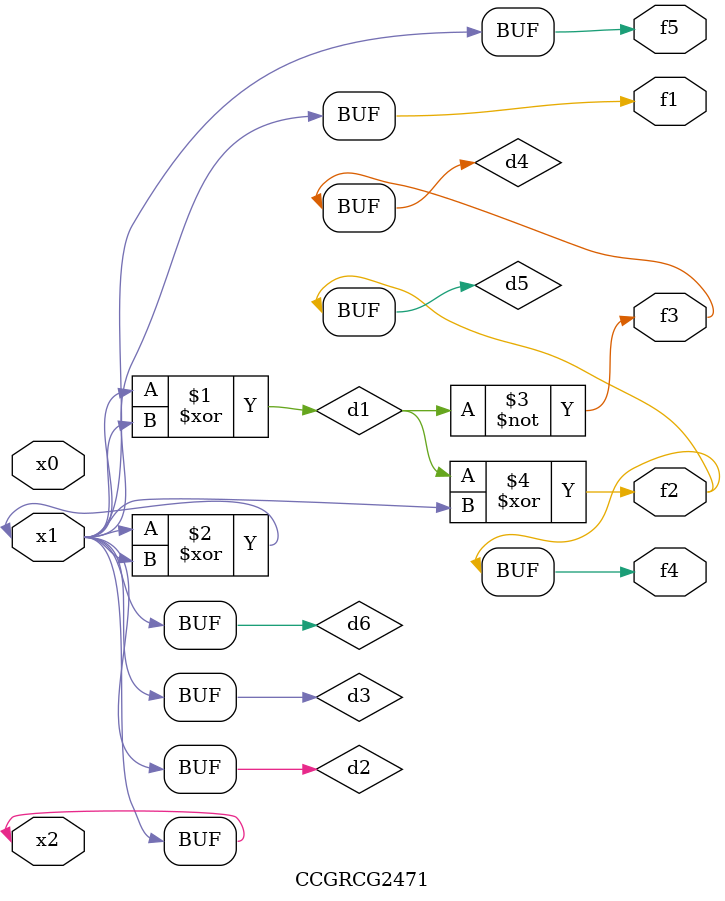
<source format=v>
module CCGRCG2471(
	input x0, x1, x2,
	output f1, f2, f3, f4, f5
);

	wire d1, d2, d3, d4, d5, d6;

	xor (d1, x1, x2);
	buf (d2, x1, x2);
	xor (d3, x1, x2);
	nor (d4, d1);
	xor (d5, d1, d2);
	buf (d6, d2, d3);
	assign f1 = d6;
	assign f2 = d5;
	assign f3 = d4;
	assign f4 = d5;
	assign f5 = d6;
endmodule

</source>
